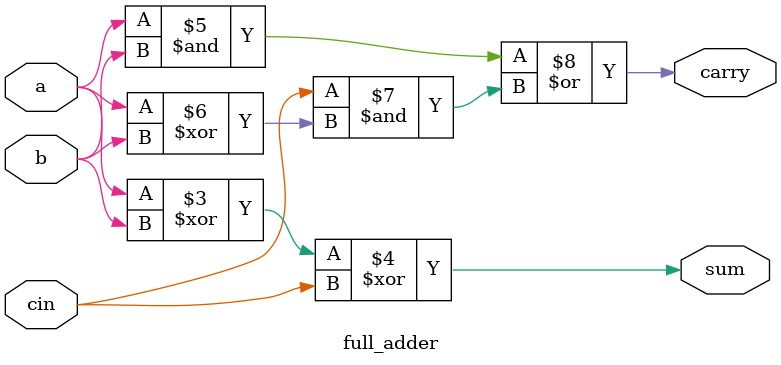
<source format=v>
module full_adder(a,b,cin,sum,carry);
    input a,b,cin;
    output sum,carry;
    assign sum = (a^b^cin);
    assign carry = (a&b)|cin&(a^b);
    endmodule

    // testbench code

    module full_adder_tb();
        reg a,b,cin;
        wire sum,carry;

        full_adder FA(a,b,cin,sum,carry);
        initial 
        repeat (8)
        begin
        a=$random; b=$random; cin=$random; #10;
        end
        initial
        $monitor("a=%b b=%b cin=%b sum=%b carry=%b",a,b,cin,sum,carry);
        endmodule


</source>
